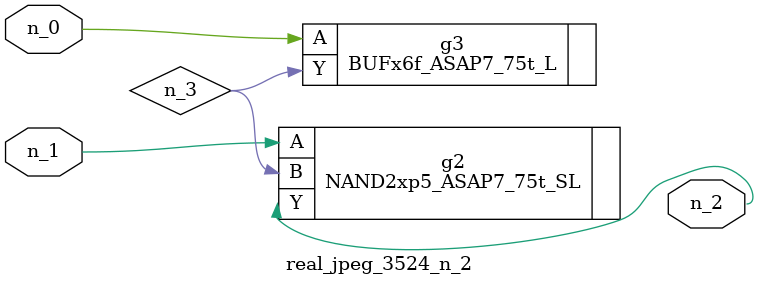
<source format=v>
module real_jpeg_3524_n_2 (n_1, n_0, n_2);

input n_1;
input n_0;

output n_2;

wire n_3;

BUFx6f_ASAP7_75t_L g3 ( 
.A(n_0),
.Y(n_3)
);

NAND2xp5_ASAP7_75t_SL g2 ( 
.A(n_1),
.B(n_3),
.Y(n_2)
);


endmodule
</source>
